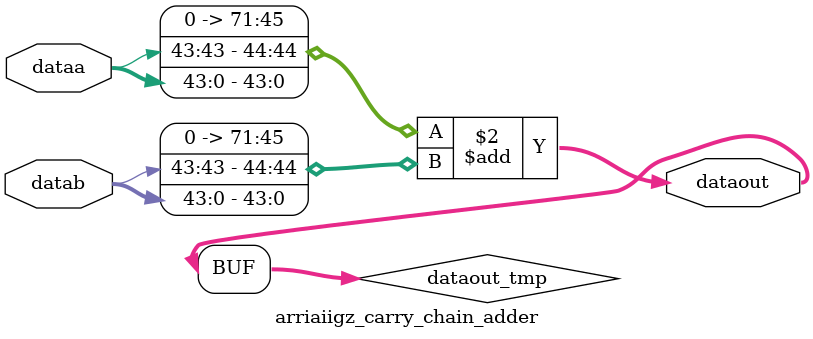
<source format=v>
module arriaiigz_carry_chain_adder(
                               dataa,
                               datab,
                               dataout
                               );
// INPUT PORTS
input [71 : 0 ]  dataa;
input [71 : 0 ] datab;
// OUTPUT PORTS
output [71  :0] dataout;
reg[71:0] dataout_tmp;
specify
    (dataa  *> dataout)             = (0, 0);
    (datab *> dataout)             = (0, 0);
endspecify
assign dataout = dataout_tmp;
initial
    begin
        dataout_tmp = 72'b0;
    end
always@(dataa or datab)
    begin
       dataout_tmp = {dataa[43],dataa[43:0]}  + {datab[43],datab[43:0]};
    end
endmodule
</source>
